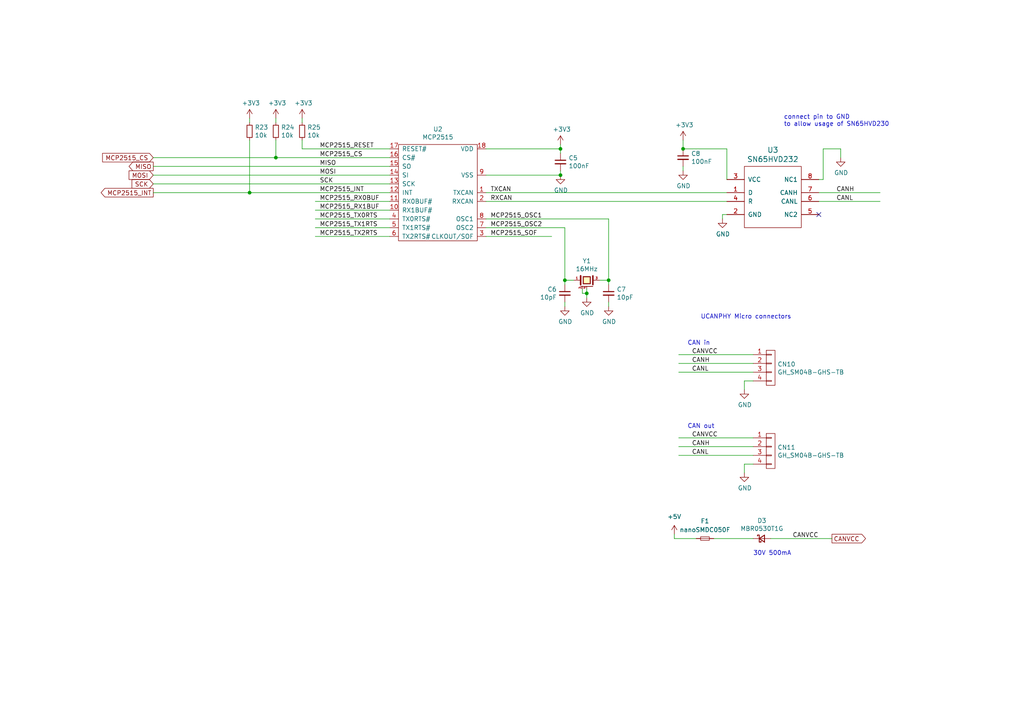
<source format=kicad_sch>
(kicad_sch (version 20211123) (generator eeschema)
  (paper "A4")
  (title_block (title "OpenCyphalServoController12") (date "2023-02-03") (rev "0.1") (company "generationmake"))
  (lib_symbols
    (symbol "Device:C_Small" (pin_numbers hide) (pin_names (offset 0.254) hide)
      (property "Reference" "C" (at 0.254 1.778 0))
      (property "Value" "C_Small" (at 0.254 -2.032 0))
      (symbol "C_Small_0_1"
        (polyline (pts (xy -1.524 -0.508) (xy 1.524 -0.508)) (stroke (width 0.3302)))
        (polyline (pts (xy -1.524 0.508) (xy 1.524 0.508)) (stroke (width 0.3048)))
      )
      (symbol "C_Small_1_1"
        (pin passive line (at 0 2.54 270) (length 2.032) (name "~") (number "1"))
        (pin passive line (at 0 -2.54 90) (length 2.032) (name "~") (number "2"))
      )
    )
    (symbol "Device:D_Schottky_Small" (pin_numbers hide) (pin_names (offset 0.254) hide)
      (property "Reference" "D" (at -1.27 2.032 0))
      (property "Value" "D_Schottky_Small" (at -7.112 -2.032 0))
      (symbol "D_Schottky_Small_0_1"
        (polyline (pts (xy -0.762 0) (xy 0.762 0)))
        (polyline (pts (xy 0.762 -1.016) (xy -0.762 0) (xy 0.762 1.016) (xy 0.762 -1.016)) (stroke (width 0.254)))
        (polyline (pts (xy -1.27 0.762) (xy -1.27 1.016) (xy -0.762 1.016) (xy -0.762 -1.016) (xy -0.254 -1.016) (xy -0.254 -0.762)) (stroke (width 0.254)))
      )
      (symbol "D_Schottky_Small_1_1"
        (pin passive line (at -2.54 0 0) (length 1.778) (name "K") (number "1"))
        (pin passive line (at 2.54 0 180) (length 1.778) (name "A") (number "2"))
      )
    )
    (symbol "Device:Fuse_Small" (pin_numbers hide) (pin_names (offset 0.254) hide)
      (property "Reference" "F" (at 0 -1.524 0))
      (property "Value" "Fuse_Small" (at 0 1.524 0))
      (symbol "Fuse_Small_0_1"
        (rectangle (start -1.27 0.508) (end 1.27 -0.508))
        (polyline (pts (xy -1.27 0) (xy 1.27 0)))
      )
      (symbol "Fuse_Small_1_1"
        (pin passive line (at -2.54 0 0) (length 1.27) (name "~") (number "1"))
        (pin passive line (at 2.54 0 180) (length 1.27) (name "~") (number "2"))
      )
    )
    (symbol "Device:R_Small" (pin_numbers hide) (pin_names (offset 0.254) hide)
      (property "Reference" "R" (at 0.762 0.508 0))
      (property "Value" "R_Small" (at 0.762 -1.016 0))
      (symbol "R_Small_0_1"
        (rectangle (start -0.762 1.778) (end 0.762 -1.778) (stroke (width 0.2032)))
      )
      (symbol "R_Small_1_1"
        (pin passive line (at 0 2.54 270) (length 0.762) (name "~") (number "1"))
        (pin passive line (at 0 -2.54 90) (length 0.762) (name "~") (number "2"))
      )
    )
    (symbol "OpenCyphalPicoBase-rescue:+3.3V-power-supply" (power) (pin_names (offset 0))
      (property "Value" "+3.3V-power-supply" (at 0 3.556 0))
      (symbol "+3.3V-power-supply_0_1"
        (polyline (pts (xy -0.762 1.27) (xy 0 2.54)))
        (polyline (pts (xy 0 0) (xy 0 2.54)))
        (polyline (pts (xy 0 2.54) (xy 0.762 1.27)))
      )
      (symbol "+3.3V-power-supply_1_1"
        (pin power_in line (at 0 0 90) (length 0) hide (name "+3V3") (number "1"))
      )
    )
    (symbol "OpenCyphalPicoBase-rescue:CONN_01X04-mechanical-connectors" (pin_names (offset 1.016) hide)
      (property "Reference" "P" (at 0 6.35 0))
      (property "Value" "CONN_01X04-mechanical-connectors" (at 2.54 0 90))
      (symbol "CONN_01X04-mechanical-connectors_0_1"
        (rectangle (start -1.27 -3.683) (end 0.254 -3.937))
        (rectangle (start -1.27 -1.143) (end 0.254 -1.397))
        (rectangle (start -1.27 1.397) (end 0.254 1.143))
        (rectangle (start -1.27 3.937) (end 0.254 3.683))
        (rectangle (start -1.27 5.08) (end 1.27 -5.08))
      )
      (symbol "CONN_01X04-mechanical-connectors_1_1"
        (pin passive line (at -5.08 3.81 0) (length 3.81) (name "P1") (number "1"))
        (pin passive line (at -5.08 1.27 0) (length 3.81) (name "P2") (number "2"))
        (pin passive line (at -5.08 -1.27 0) (length 3.81) (name "P3") (number "3"))
        (pin passive line (at -5.08 -3.81 0) (length 3.81) (name "P4") (number "4"))
      )
    )
    (symbol "OpenCyphalPicoBase-rescue:Crystal_SMD_4Pad-devices" (pin_names (offset 1.016) hide)
      (property "Reference" "Y" (at 0 2.286 0))
      (property "Value" "Crystal_SMD_4Pad-devices" (at 2.54 -2.54 0))
      (symbol "Crystal_SMD_4Pad-devices_0_1"
        (polyline (pts (xy -1.778 -1.778) (xy 1.778 -1.778)))
        (polyline (pts (xy -1.778 -1.778) (xy 1.778 -1.778)))
        (polyline (pts (xy -1.778 1.27) (xy -1.778 -1.27)) (stroke (width 0.4064)))
        (polyline (pts (xy -1.778 1.27) (xy -1.778 -1.27)) (stroke (width 0.4064)))
        (polyline (pts (xy 1.778 1.27) (xy 1.778 -1.27)) (stroke (width 0.4064)))
        (polyline (pts (xy -1.016 1.016) (xy 1.016 1.016) (xy 1.016 -1.016) (xy -1.016 -1.016) (xy -1.016 1.016)) (stroke (width 0.3048)) (fill (type background)))
      )
      (symbol "Crystal_SMD_4Pad-devices_1_1"
        (pin passive line (at -3.81 0 0) (length 1.905) (name "1") (number "1"))
        (pin passive line (at -1.27 -2.54 90) (length 0.7112) (name "case") (number "2"))
        (pin passive line (at 3.81 0 180) (length 1.905) (name "3") (number "3"))
        (pin passive line (at 0 -2.54 90) (length 0.7112) (name "case") (number "4"))
      )
    )
    (symbol "OpenCyphalPicoBase-rescue:GND-power-supply" (power) (pin_names (offset 0))
      (property "Value" "GND-power-supply" (at 0 -3.81 0))
      (symbol "GND-power-supply_0_1"
        (polyline (pts (xy 0 0) (xy 0 -1.27) (xy 1.27 -1.27) (xy 0 -2.54) (xy -1.27 -1.27) (xy 0 -1.27)))
      )
      (symbol "GND-power-supply_1_1"
        (pin power_in line (at 0 0 270) (length 0) hide (name "GND") (number "1"))
      )
    )
    (symbol "OpenCyphalPicoBase-rescue:MCP2515-IC_transceiver_can" (pin_names (offset 1.016))
      (property "Reference" "U" (at 0 15.24 0))
      (property "Value" "MCP2515-IC_transceiver_can" (at 0 -15.24 0))
      (symbol "MCP2515-IC_transceiver_can_0_1"
        (rectangle (start -11.43 13.97) (end 11.43 -13.97))
      )
      (symbol "MCP2515-IC_transceiver_can_1_1"
        (pin input line (at 13.97 0 180) (length 2.54) (name "TXCAN") (number "1"))
        (pin input line (at -13.97 -5.08 0) (length 2.54) (name "RX1BUF#") (number "10"))
        (pin input line (at -13.97 -2.54 0) (length 2.54) (name "RX0BUF#") (number "11"))
        (pin input line (at -13.97 0 0) (length 2.54) (name "INT") (number "12"))
        (pin input line (at -13.97 2.54 0) (length 2.54) (name "SCK") (number "13"))
        (pin input line (at -13.97 5.08 0) (length 2.54) (name "SI") (number "14"))
        (pin input line (at -13.97 7.62 0) (length 2.54) (name "SO") (number "15"))
        (pin input line (at -13.97 10.16 0) (length 2.54) (name "CS#") (number "16"))
        (pin input line (at -13.97 12.7 0) (length 2.54) (name "RESET#") (number "17"))
        (pin input line (at 13.97 12.7 180) (length 2.54) (name "VDD") (number "18"))
        (pin input line (at 13.97 -2.54 180) (length 2.54) (name "RXCAN") (number "2"))
        (pin input line (at 13.97 -12.7 180) (length 2.54) (name "CLKOUT/SOF") (number "3"))
        (pin input line (at -13.97 -7.62 0) (length 2.54) (name "TX0RTS#") (number "4"))
        (pin input line (at -13.97 -10.16 0) (length 2.54) (name "TX1RTS#") (number "5"))
        (pin input line (at -13.97 -12.7 0) (length 2.54) (name "TX2RTS#") (number "6"))
        (pin input line (at 13.97 -10.16 180) (length 2.54) (name "OSC2") (number "7"))
        (pin input line (at 13.97 -7.62 180) (length 2.54) (name "OSC1") (number "8"))
        (pin input line (at 13.97 5.08 180) (length 2.54) (name "VSS") (number "9"))
      )
    )
    (symbol "OpenCyphalPicoBase-rescue:SN65HVD232-CAN-transceiver" (pin_names (offset 1.016))
      (property "Reference" "U" (at 12.7 16.51 0))
      (property "Value" "SN65HVD232-CAN-transceiver" (at 12.7 1.27 0))
      (symbol "SN65HVD232-CAN-transceiver_0_1"
        (rectangle (start 5.08 17.78) (end 21.59 0))
      )
      (symbol "SN65HVD232-CAN-transceiver_1_1"
        (pin output line (at 0 10.16 0) (length 5.08) (name "D") (number "1"))
        (pin power_in line (at 0 3.81 0) (length 5.08) (name "GND") (number "2"))
        (pin power_in line (at 0 13.97 0) (length 5.08) (name "VCC") (number "3"))
        (pin input line (at 0 7.62 0) (length 5.08) (name "R") (number "4"))
        (pin bidirectional line (at 26.67 3.81 180) (length 5.08) (name "NC2") (number "5"))
        (pin bidirectional line (at 26.67 7.62 180) (length 5.08) (name "CANL") (number "6"))
        (pin bidirectional line (at 26.67 10.16 180) (length 5.08) (name "CANH") (number "7"))
        (pin bidirectional line (at 26.67 13.97 180) (length 5.08) (name "NC1") (number "8"))
      )
    )
    (symbol "power:+5V" (power) (pin_names (offset 0))
      (property "Value" "+5V" (at 0 3.556 0))
      (symbol "+5V_0_1"
        (polyline (pts (xy -0.762 1.27) (xy 0 2.54)))
        (polyline (pts (xy 0 0) (xy 0 2.54)))
        (polyline (pts (xy 0 2.54) (xy 0.762 1.27)))
      )
      (symbol "+5V_1_1"
        (pin power_in line (at 0 0 90) (length 0) hide (name "+5V") (number "1"))
      )
    )
  )
  (junction (at 170.18 85.09))
  (junction (at 80.01 45.72))
  (junction (at 162.56 43.18))
  (junction (at 198.12 43.18))
  (junction (at 162.56 50.8))
  (junction (at 72.39 55.88))
  (junction (at 163.83 81.28))
  (junction (at 176.53 81.28))
  (no_connect (at 237.49 62.23))
  (wire (pts (xy 72.39 35.56) (xy 72.39 34.29)))
  (wire (pts (xy 218.44 134.62) (xy 215.9 134.62)))
  (wire (pts (xy 196.85 127) (xy 218.44 127)))
  (wire (pts (xy 44.45 45.72) (xy 80.01 45.72)))
  (wire (pts (xy 198.12 49.53) (xy 198.12 48.26)))
  (wire (pts (xy 140.97 63.5) (xy 176.53 63.5)))
  (wire (pts (xy 243.84 43.18) (xy 243.84 45.72)))
  (wire (pts (xy 140.97 50.8) (xy 162.56 50.8)))
  (wire (pts (xy 176.53 63.5) (xy 176.53 81.28)))
  (wire (pts (xy 80.01 40.64) (xy 80.01 45.72)))
  (wire (pts (xy 168.91 83.82) (xy 168.91 85.09)))
  (wire (pts (xy 168.91 85.09) (xy 170.18 85.09)))
  (wire (pts (xy 87.63 43.18) (xy 113.03 43.18)))
  (wire (pts (xy 196.85 129.54) (xy 218.44 129.54)))
  (wire (pts (xy 44.45 50.8) (xy 113.03 50.8)))
  (wire (pts (xy 140.97 43.18) (xy 162.56 43.18)))
  (wire (pts (xy 162.56 50.8) (xy 162.56 49.53)))
  (wire (pts (xy 160.02 68.58) (xy 140.97 68.58)))
  (wire (pts (xy 198.12 43.18) (xy 210.82 43.18)))
  (wire (pts (xy 218.44 110.49) (xy 215.9 110.49)))
  (wire (pts (xy 195.58 156.21) (xy 195.58 154.94)))
  (wire (pts (xy 241.3 156.21) (xy 223.52 156.21)))
  (wire (pts (xy 207.01 156.21) (xy 218.44 156.21)))
  (wire (pts (xy 91.44 58.42) (xy 113.03 58.42)))
  (wire (pts (xy 44.45 53.34) (xy 113.03 53.34)))
  (wire (pts (xy 91.44 68.58) (xy 113.03 68.58)))
  (wire (pts (xy 176.53 81.28) (xy 173.99 81.28)))
  (wire (pts (xy 176.53 87.63) (xy 176.53 88.9)))
  (wire (pts (xy 237.49 52.07) (xy 238.76 52.07)))
  (wire (pts (xy 87.63 35.56) (xy 87.63 34.29)))
  (wire (pts (xy 87.63 43.18) (xy 87.63 40.64)))
  (wire (pts (xy 210.82 62.23) (xy 209.55 62.23)))
  (wire (pts (xy 163.83 82.55) (xy 163.83 81.28)))
  (wire (pts (xy 72.39 55.88) (xy 113.03 55.88)))
  (wire (pts (xy 209.55 62.23) (xy 209.55 63.5)))
  (wire (pts (xy 80.01 45.72) (xy 113.03 45.72)))
  (wire (pts (xy 196.85 132.08) (xy 218.44 132.08)))
  (wire (pts (xy 215.9 110.49) (xy 215.9 113.03)))
  (wire (pts (xy 176.53 82.55) (xy 176.53 81.28)))
  (wire (pts (xy 91.44 66.04) (xy 113.03 66.04)))
  (wire (pts (xy 91.44 60.96) (xy 113.03 60.96)))
  (wire (pts (xy 91.44 63.5) (xy 113.03 63.5)))
  (wire (pts (xy 163.83 87.63) (xy 163.83 88.9)))
  (wire (pts (xy 196.85 105.41) (xy 218.44 105.41)))
  (wire (pts (xy 195.58 156.21) (xy 201.93 156.21)))
  (wire (pts (xy 210.82 43.18) (xy 210.82 52.07)))
  (wire (pts (xy 255.27 58.42) (xy 237.49 58.42)))
  (wire (pts (xy 72.39 40.64) (xy 72.39 55.88)))
  (wire (pts (xy 44.45 48.26) (xy 113.03 48.26)))
  (wire (pts (xy 162.56 44.45) (xy 162.56 43.18)))
  (wire (pts (xy 238.76 43.18) (xy 243.84 43.18)))
  (wire (pts (xy 196.85 107.95) (xy 218.44 107.95)))
  (wire (pts (xy 44.45 55.88) (xy 72.39 55.88)))
  (wire (pts (xy 198.12 40.64) (xy 198.12 43.18)))
  (wire (pts (xy 255.27 55.88) (xy 237.49 55.88)))
  (wire (pts (xy 140.97 66.04) (xy 163.83 66.04)))
  (wire (pts (xy 196.85 102.87) (xy 218.44 102.87)))
  (wire (pts (xy 170.18 83.82) (xy 170.18 85.09)))
  (wire (pts (xy 238.76 52.07) (xy 238.76 43.18)))
  (wire (pts (xy 80.01 35.56) (xy 80.01 34.29)))
  (wire (pts (xy 170.18 85.09) (xy 170.18 86.36)))
  (wire (pts (xy 163.83 81.28) (xy 166.37 81.28)))
  (wire (pts (xy 140.97 58.42) (xy 210.82 58.42)))
  (wire (pts (xy 215.9 134.62) (xy 215.9 137.16)))
  (wire (pts (xy 140.97 55.88) (xy 210.82 55.88)))
  (wire (pts (xy 163.83 66.04) (xy 163.83 81.28)))
  (wire (pts (xy 162.56 43.18) (xy 162.56 41.91)))
  (text "connect pin to GND\nto allow usage of SN65HVD230" (at 227.33 36.83 0) (effects (font (size 1.27 1.27)) (justify left bottom)))
  (text "UCANPHY Micro connectors" (at 203.2 92.71 0) (effects (font (size 1.27 1.27)) (justify left bottom)))
  (text "30V 500mA" (at 218.44 161.29 0) (effects (font (size 1.27 1.27)) (justify left bottom)))
  (text "CAN in" (at 199.39 100.33 0) (effects (font (size 1.27 1.27)) (justify left bottom)))
  (text "CAN out" (at 199.39 124.46 0) (effects (font (size 1.27 1.27)) (justify left bottom)))
  (label "MCP2515_OSC1" (at 142.24 63.5 0))
  (label "CANH" (at 242.57 55.88 0))
  (label "CANVCC" (at 229.87 156.21 0))
  (label "CANVCC" (at 200.66 127 0))
  (label "MCP2515_TX1RTS" (at 92.71 66.04 0))
  (label "MCP2515_OSC2" (at 142.24 66.04 0))
  (label "MCP2515_INT" (at 92.71 55.88 0))
  (label "CANH" (at 200.66 105.41 0))
  (label "MCP2515_TX0RTS" (at 92.71 63.5 0))
  (label "CANL" (at 200.66 107.95 0))
  (label "TXCAN" (at 142.24 55.88 0))
  (label "RXCAN" (at 142.24 58.42 0))
  (label "MCP2515_RX1BUF" (at 92.71 60.96 0))
  (label "CANVCC" (at 200.66 102.87 0))
  (label "CANL" (at 200.66 132.08 0))
  (label "MISO" (at 92.71 48.26 0))
  (label "MCP2515_RX0BUF" (at 92.71 58.42 0))
  (label "SCK" (at 92.71 53.34 0))
  (label "MCP2515_TX2RTS" (at 92.71 68.58 0))
  (label "MCP2515_SOF" (at 142.24 68.58 0))
  (label "MCP2515_CS" (at 92.71 45.72 0))
  (label "CANH" (at 200.66 129.54 0))
  (label "CANL" (at 242.57 58.42 0))
  (label "MCP2515_RESET" (at 92.71 43.18 0))
  (label "MOSI" (at 92.71 50.8 0))
  (global_label "SCK" (shape input) (at 44.45 53.34 180) (property "Referenzen zwischen Schaltplänen" "${INTERSHEET_REFS}" (effects hide)))
  (global_label "MOSI" (shape input) (at 44.45 50.8 180) (property "Referenzen zwischen Schaltplänen" "${INTERSHEET_REFS}" (effects hide)))
  (global_label "CANVCC" (shape output) (at 241.3 156.21 0) (property "Referenzen zwischen Schaltplänen" "${INTERSHEET_REFS}" (effects hide)))
  (global_label "MISO" (shape output) (at 44.45 48.26 180) (property "Referenzen zwischen Schaltplänen" "${INTERSHEET_REFS}" (effects hide)))
  (global_label "MCP2515_INT" (shape output) (at 44.45 55.88 180) (property "Referenzen zwischen Schaltplänen" "${INTERSHEET_REFS}" (effects hide)))
  (global_label "MCP2515_CS" (shape input) (at 44.45 45.72 180) (property "Referenzen zwischen Schaltplänen" "${INTERSHEET_REFS}" (effects hide)))
  (symbol (lib_id "OpenCyphalPicoBase-rescue:MCP2515-IC_transceiver_can") (at 127 55.88 0) (unit 1)
    (property "Reference" "U2" (at 127 37.465 0))
    (property "Value" "MCP2515" (at 127 39.7764 0))
    (property "Footprint" "Package_SO:SOIC-18W_7.5x11.6mm_P1.27mm" (effects hide))
  )
  (symbol (lib_id "Device:C_Small") (at 162.56 46.99 0) (unit 1)
    (property "Reference" "C5" (at 164.8968 45.8216 0) (effects (justify left)))
    (property "Value" "100nF" (at 164.8968 48.133 0) (effects (justify left)))
    (property "Footprint" "Capacitor_SMD:C_0603_1608Metric" (effects hide))
  )
  (symbol (lib_id "OpenCyphalPicoBase-rescue:+3.3V-power-supply") (at 162.56 41.91 0) (unit 1)
    (property "Reference" "#PWR052" (effects hide))
    (property "Value" "+3.3V" (at 162.941 37.5158 0))
  )
  (symbol (lib_id "OpenCyphalPicoBase-rescue:GND-power-supply") (at 162.56 50.8 0) (unit 1)
    (property "Reference" "#PWR053" (effects hide))
    (property "Value" "GND" (at 162.687 55.1942 0))
  )
  (symbol (lib_id "OpenCyphalPicoBase-rescue:Crystal_SMD_4Pad-devices") (at 170.18 81.28 0) (unit 1)
    (property "Reference" "Y1" (at 170.18 75.692 0))
    (property "Value" "16MHz" (at 170.18 78.0034 0))
    (property "Footprint" "crystals:Crystal_SMD_3.2x2.5mm_4Pad" (effects hide))
  )
  (symbol (lib_id "OpenCyphalPicoBase-rescue:GND-power-supply") (at 170.18 86.36 0) (unit 1)
    (property "Reference" "#PWR055" (effects hide))
    (property "Value" "GND" (at 170.307 90.7542 0))
  )
  (symbol (lib_id "Device:R_Small") (at 87.63 38.1 0) (unit 1)
    (property "Reference" "R25" (at 89.1286 36.9316 0) (effects (justify left)))
    (property "Value" "10k" (at 89.1286 39.243 0) (effects (justify left)))
    (property "Footprint" "Resistor_SMD:R_0603_1608Metric" (effects hide))
  )
  (symbol (lib_id "OpenCyphalPicoBase-rescue:+3.3V-power-supply") (at 87.63 34.29 0) (unit 1)
    (property "Reference" "#PWR051" (effects hide))
    (property "Value" "+3.3V" (at 88.011 29.8958 0))
  )
  (symbol (lib_id "Device:R_Small") (at 80.01 38.1 0) (unit 1)
    (property "Reference" "R24" (at 81.5086 36.9316 0) (effects (justify left)))
    (property "Value" "10k" (at 81.5086 39.243 0) (effects (justify left)))
    (property "Footprint" "Resistor_SMD:R_0603_1608Metric" (effects hide))
  )
  (symbol (lib_id "OpenCyphalPicoBase-rescue:+3.3V-power-supply") (at 80.01 34.29 0) (unit 1)
    (property "Reference" "#PWR050" (effects hide))
    (property "Value" "+3.3V" (at 80.391 29.8958 0))
  )
  (symbol (lib_id "Device:R_Small") (at 72.39 38.1 0) (unit 1)
    (property "Reference" "R23" (at 73.8886 36.9316 0) (effects (justify left)))
    (property "Value" "10k" (at 73.8886 39.243 0) (effects (justify left)))
    (property "Footprint" "Resistor_SMD:R_0603_1608Metric" (effects hide))
  )
  (symbol (lib_id "OpenCyphalPicoBase-rescue:+3.3V-power-supply") (at 72.39 34.29 0) (unit 1)
    (property "Reference" "#PWR049" (effects hide))
    (property "Value" "+3.3V" (at 72.771 29.8958 0))
  )
  (symbol (lib_id "OpenCyphalPicoBase-rescue:SN65HVD232-CAN-transceiver") (at 210.82 66.04 0) (unit 1)
    (property "Reference" "U3" (at 224.155 43.5102 0) (effects (font (size 1.524 1.524))))
    (property "Value" "SN65HVD232" (at 224.155 46.2026 0) (effects (font (size 1.524 1.524))))
    (property "Footprint" "Package_SO:SOIC-8_3.9x4.9mm_P1.27mm" (effects hide))
  )
  (symbol (lib_id "Device:C_Small") (at 198.12 45.72 0) (unit 1)
    (property "Reference" "C8" (at 200.4568 44.5516 0) (effects (justify left)))
    (property "Value" "100nF" (at 200.4568 46.863 0) (effects (justify left)))
    (property "Footprint" "Capacitor_SMD:C_0603_1608Metric" (effects hide))
  )
  (symbol (lib_id "OpenCyphalPicoBase-rescue:+3.3V-power-supply") (at 198.12 40.64 0) (unit 1)
    (property "Reference" "#PWR058" (effects hide))
    (property "Value" "+3.3V" (at 198.501 36.2458 0))
  )
  (symbol (lib_id "OpenCyphalPicoBase-rescue:GND-power-supply") (at 198.12 49.53 0) (unit 1)
    (property "Reference" "#PWR059" (effects hide))
    (property "Value" "GND" (at 198.247 53.9242 0))
  )
  (symbol (lib_id "OpenCyphalPicoBase-rescue:GND-power-supply") (at 209.55 63.5 0) (unit 1)
    (property "Reference" "#PWR060" (effects hide))
    (property "Value" "GND" (at 209.677 67.8942 0))
  )
  (symbol (lib_id "OpenCyphalPicoBase-rescue:CONN_01X04-mechanical-connectors") (at 223.52 106.68 0) (unit 1)
    (property "Reference" "CN10" (at 225.5012 105.6386 0) (effects (justify left)))
    (property "Value" "GH_SM04B-GHS-TB" (at 225.5012 107.95 0) (effects (justify left)))
    (property "Footprint" "Connector_JST:JST_GH_SM04B-GHS-TB_1x04-1MP_P1.25mm_Horizontal" (effects hide))
  )
  (symbol (lib_id "OpenCyphalPicoBase-rescue:GND-power-supply") (at 215.9 113.03 0) (unit 1)
    (property "Reference" "#PWR061" (effects hide))
    (property "Value" "GND" (at 216.027 117.4242 0))
  )
  (symbol (lib_id "OpenCyphalPicoBase-rescue:CONN_01X04-mechanical-connectors") (at 223.52 130.81 0) (unit 1)
    (property "Reference" "CN11" (at 225.5012 129.7686 0) (effects (justify left)))
    (property "Value" "GH_SM04B-GHS-TB" (at 225.5012 132.08 0) (effects (justify left)))
    (property "Footprint" "Connector_JST:JST_GH_SM04B-GHS-TB_1x04-1MP_P1.25mm_Horizontal" (effects hide))
  )
  (symbol (lib_id "OpenCyphalPicoBase-rescue:GND-power-supply") (at 215.9 137.16 0) (unit 1)
    (property "Reference" "#PWR062" (effects hide))
    (property "Value" "GND" (at 216.027 141.5542 0))
  )
  (symbol (lib_id "Device:D_Schottky_Small") (at 220.98 156.21 0) (unit 1)
    (property "Reference" "D3" (at 220.98 151.003 0))
    (property "Value" "MBR0530T1G" (at 220.98 153.3144 0))
    (property "Footprint" "Diode_SMD:D_SOD-123" (effects hide))
  )
  (symbol (lib_id "Device:C_Small") (at 176.53 85.09 0) (unit 1)
    (property "Reference" "C7" (at 178.8668 83.9216 0) (effects (justify left)))
    (property "Value" "10pF" (at 178.8668 86.233 0) (effects (justify left)))
    (property "Footprint" "Capacitor_SMD:C_0603_1608Metric" (effects hide))
  )
  (symbol (lib_id "Device:C_Small") (at 163.83 85.09 0) (mirror y) (unit 1)
    (property "Reference" "C6" (at 161.4932 83.9216 0) (effects (justify left)))
    (property "Value" "10pF" (at 161.4932 86.233 0) (effects (justify left)))
    (property "Footprint" "Capacitor_SMD:C_0603_1608Metric" (effects hide))
  )
  (symbol (lib_id "OpenCyphalPicoBase-rescue:GND-power-supply") (at 163.83 88.9 0) (unit 1)
    (property "Reference" "#PWR054" (effects hide))
    (property "Value" "GND" (at 163.957 93.2942 0))
  )
  (symbol (lib_id "OpenCyphalPicoBase-rescue:GND-power-supply") (at 176.53 88.9 0) (unit 1)
    (property "Reference" "#PWR056" (effects hide))
    (property "Value" "GND" (at 176.657 93.2942 0))
  )
  (symbol (lib_id "OpenCyphalPicoBase-rescue:GND-power-supply") (at 243.84 45.72 0) (unit 1)
    (property "Reference" "#PWR063" (effects hide))
    (property "Value" "GND" (at 243.967 50.1142 0))
  )
  (symbol (lib_id "power:+5V") (at 195.58 154.94 0) (unit 1)
    (property "Reference" "#PWR057" (effects hide))
    (property "Value" "+5V" (at 195.58 149.86 0))
  )
  (symbol (lib_id "Device:Fuse_Small") (at 204.47 156.21 0) (unit 1)
    (property "Reference" "F1" (at 204.47 151.13 0))
    (property "Value" "nanoSMDC050F" (at 204.47 153.67 0))
    (property "Footprint" "Fuse:Fuse_1206_3216Metric" (effects hide))
  )
)
</source>
